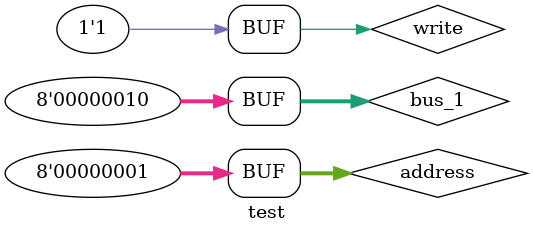
<source format=v>
module test ;
    reg [7:0]address,bus_1;
    reg write;
    wire [7:0] mem_word;

    Memory M(address,bus_1,write,mem_word);

    initial begin
        $dumpfile("GTK.vcd");
        $dumpvars(1,test);
    end

    initial begin
        write=1;
      #8 write = ~write;
      #2 write = ~write;
       
    end

     initial begin
        #2 address = 8'b00000001; bus_1 = 8'b00000110;
        #4 address = 8'b00000000; bus_1 = 8'b00000010;
        #2 address = 8'b00000001; 
    end


endmodule
</source>
